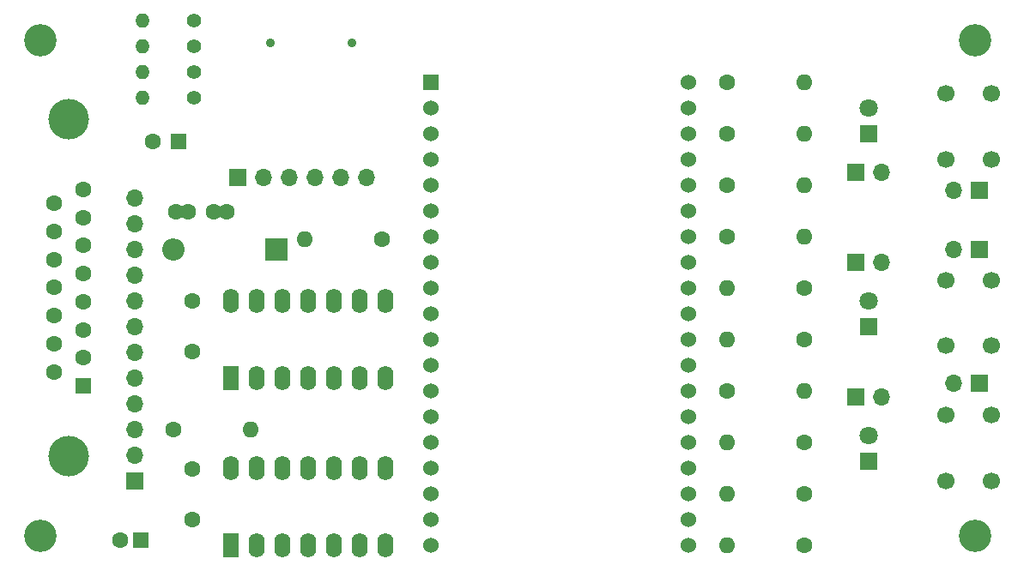
<source format=gbr>
%TF.GenerationSoftware,KiCad,Pcbnew,(5.1.9)-1*%
%TF.CreationDate,2021-02-16T00:19:24-06:00*%
%TF.ProjectId,fujinet-devkit-shield,66756a69-6e65-4742-9d64-65766b69742d,1.0*%
%TF.SameCoordinates,Original*%
%TF.FileFunction,Soldermask,Bot*%
%TF.FilePolarity,Negative*%
%FSLAX46Y46*%
G04 Gerber Fmt 4.6, Leading zero omitted, Abs format (unit mm)*
G04 Created by KiCad (PCBNEW (5.1.9)-1) date 2021-02-16 00:19:24*
%MOMM*%
%LPD*%
G01*
G04 APERTURE LIST*
%ADD10C,4.000000*%
%ADD11C,1.600000*%
%ADD12R,1.600000X1.600000*%
%ADD13O,1.600000X1.600000*%
%ADD14O,2.200000X2.200000*%
%ADD15R,2.200000X2.200000*%
%ADD16O,1.700000X1.700000*%
%ADD17R,1.700000X1.700000*%
%ADD18C,1.800000*%
%ADD19R,1.800000X1.800000*%
%ADD20O,1.600000X2.400000*%
%ADD21R,1.600000X2.400000*%
%ADD22C,0.900000*%
%ADD23O,1.400000X1.400000*%
%ADD24C,1.400000*%
%ADD25C,3.200000*%
%ADD26C,1.700000*%
%ADD27C,1.530000*%
%ADD28R,1.530000X1.530000*%
G04 APERTURE END LIST*
D10*
%TO.C,J10*%
X110340000Y-101697000D03*
X110340000Y-68397000D03*
D11*
X108920000Y-76737000D03*
X108920000Y-79507000D03*
X108920000Y-82277000D03*
X108920000Y-85047000D03*
X108920000Y-87817000D03*
X108920000Y-90587000D03*
X108920000Y-93357000D03*
X111760000Y-75352000D03*
X111760000Y-78122000D03*
X111760000Y-80892000D03*
X111760000Y-83662000D03*
X111760000Y-86432000D03*
X111760000Y-89202000D03*
X111760000Y-91972000D03*
D12*
X111760000Y-94742000D03*
%TD*%
D11*
%TO.C,C1*%
X125904000Y-77597000D03*
X120904000Y-77597000D03*
X124654000Y-77597000D03*
X122154000Y-77597000D03*
%TD*%
D13*
%TO.C,R7*%
X133604000Y-80264000D03*
D11*
X141224000Y-80264000D03*
%TD*%
%TO.C,C5*%
X115475000Y-109982000D03*
D12*
X117475000Y-109982000D03*
%TD*%
D14*
%TO.C,D4*%
X120650000Y-81280000D03*
D15*
X130810000Y-81280000D03*
%TD*%
D16*
%TO.C,J1*%
X116840000Y-76200000D03*
X116840000Y-78740000D03*
X116840000Y-81280000D03*
X116840000Y-83820000D03*
X116840000Y-86360000D03*
X116840000Y-88900000D03*
X116840000Y-91440000D03*
X116840000Y-93980000D03*
X116840000Y-96520000D03*
X116840000Y-99060000D03*
X116840000Y-101600000D03*
D17*
X116840000Y-104140000D03*
%TD*%
D13*
%TO.C,R16*%
X128270000Y-99060000D03*
D11*
X120650000Y-99060000D03*
%TD*%
D18*
%TO.C,D1*%
X189230000Y-99695000D03*
D19*
X189230000Y-102235000D03*
%TD*%
D18*
%TO.C,D3*%
X189230000Y-86360000D03*
D19*
X189230000Y-88900000D03*
%TD*%
D11*
%TO.C,C4*%
X118658000Y-70612000D03*
D12*
X121158000Y-70612000D03*
%TD*%
D20*
%TO.C,U4*%
X126365000Y-86360000D03*
X141605000Y-93980000D03*
X128905000Y-86360000D03*
X139065000Y-93980000D03*
X131445000Y-86360000D03*
X136525000Y-93980000D03*
X133985000Y-86360000D03*
X133985000Y-93980000D03*
X136525000Y-86360000D03*
X131445000Y-93980000D03*
X139065000Y-86360000D03*
X128905000Y-93980000D03*
X141605000Y-86360000D03*
D21*
X126365000Y-93980000D03*
%TD*%
D16*
%TO.C,J8*%
X190500000Y-82550000D03*
D17*
X187960000Y-82550000D03*
%TD*%
D16*
%TO.C,J7*%
X190500000Y-73660000D03*
D17*
X187960000Y-73660000D03*
%TD*%
D16*
%TO.C,J6*%
X190500000Y-95885000D03*
D17*
X187960000Y-95885000D03*
%TD*%
D16*
%TO.C,J5*%
X197612000Y-75438000D03*
D17*
X200152000Y-75438000D03*
%TD*%
D16*
%TO.C,J4*%
X197612000Y-81280000D03*
D17*
X200152000Y-81280000D03*
%TD*%
D16*
%TO.C,J2*%
X197612000Y-94488000D03*
D17*
X200152000Y-94488000D03*
%TD*%
D22*
%TO.C,P1*%
X130300000Y-60870000D03*
X138300000Y-60870000D03*
%TD*%
D23*
%TO.C,R13*%
X117602000Y-66294000D03*
D24*
X122682000Y-66294000D03*
%TD*%
D23*
%TO.C,R12*%
X117602000Y-63754000D03*
D24*
X122682000Y-63754000D03*
%TD*%
D23*
%TO.C,R11*%
X117602000Y-61214000D03*
D24*
X122682000Y-61214000D03*
%TD*%
D23*
%TO.C,R10*%
X117602000Y-58674000D03*
D24*
X122682000Y-58674000D03*
%TD*%
D25*
%TO.C,H4*%
X199745600Y-60604400D03*
%TD*%
%TO.C,H3*%
X199745600Y-109575600D03*
%TD*%
%TO.C,H2*%
X107594400Y-60604400D03*
%TD*%
%TO.C,H1*%
X107594400Y-109575600D03*
%TD*%
D13*
%TO.C,R15*%
X175260000Y-85090000D03*
D11*
X182880000Y-85090000D03*
%TD*%
D13*
%TO.C,R14*%
X182880000Y-80010000D03*
D11*
X175260000Y-80010000D03*
%TD*%
D16*
%TO.C,J3*%
X139700000Y-74168000D03*
X137160000Y-74168000D03*
X134620000Y-74168000D03*
X132080000Y-74168000D03*
X129540000Y-74168000D03*
D17*
X127000000Y-74168000D03*
%TD*%
D11*
%TO.C,C3*%
X122555000Y-91360000D03*
X122555000Y-86360000D03*
%TD*%
%TO.C,C2*%
X122555000Y-107950000D03*
X122555000Y-102950000D03*
%TD*%
D26*
%TO.C,SW3*%
X196850000Y-72390000D03*
X196850000Y-65890000D03*
X201350000Y-72390000D03*
X201350000Y-65890000D03*
%TD*%
%TO.C,SW2*%
X196850000Y-90805000D03*
X196850000Y-84305000D03*
X201350000Y-90805000D03*
X201350000Y-84305000D03*
%TD*%
%TO.C,SW1*%
X196850000Y-104140000D03*
X196850000Y-97640000D03*
X201350000Y-104140000D03*
X201350000Y-97640000D03*
%TD*%
D13*
%TO.C,R9*%
X175260000Y-105410000D03*
D11*
X182880000Y-105410000D03*
%TD*%
D13*
%TO.C,R8*%
X182880000Y-95250000D03*
D11*
X175260000Y-95250000D03*
%TD*%
D13*
%TO.C,R6*%
X182880000Y-69850000D03*
D11*
X175260000Y-69850000D03*
%TD*%
D13*
%TO.C,R5*%
X182880000Y-74930000D03*
D11*
X175260000Y-74930000D03*
%TD*%
D13*
%TO.C,R4*%
X182880000Y-64770000D03*
D11*
X175260000Y-64770000D03*
%TD*%
D13*
%TO.C,R3*%
X175260000Y-90170000D03*
D11*
X182880000Y-90170000D03*
%TD*%
D13*
%TO.C,R2*%
X175260000Y-100330000D03*
D11*
X182880000Y-100330000D03*
%TD*%
D13*
%TO.C,R1*%
X175260000Y-110490000D03*
D11*
X182880000Y-110490000D03*
%TD*%
D18*
%TO.C,D2*%
X189230000Y-67310000D03*
D19*
X189230000Y-69850000D03*
%TD*%
D20*
%TO.C,U3*%
X126365000Y-102870000D03*
X141605000Y-110490000D03*
X128905000Y-102870000D03*
X139065000Y-110490000D03*
X131445000Y-102870000D03*
X136525000Y-110490000D03*
X133985000Y-102870000D03*
X133985000Y-110490000D03*
X136525000Y-102870000D03*
X131445000Y-110490000D03*
X139065000Y-102870000D03*
X128905000Y-110490000D03*
X141605000Y-102870000D03*
D21*
X126365000Y-110490000D03*
%TD*%
D27*
%TO.C,U1*%
X171450000Y-64780000D03*
X171450000Y-67320000D03*
X171450000Y-69860000D03*
X171450000Y-72400000D03*
X171450000Y-74940000D03*
X171450000Y-77480000D03*
X171450000Y-80020000D03*
X171450000Y-82560000D03*
X171450000Y-85100000D03*
X171450000Y-87640000D03*
X171450000Y-90180000D03*
X171450000Y-92720000D03*
X171450000Y-95260000D03*
X171450000Y-97800000D03*
X171450000Y-100340000D03*
X171450000Y-102880000D03*
X171450000Y-105420000D03*
X171450000Y-107960000D03*
X171450000Y-110500000D03*
X146050000Y-110500000D03*
X146050000Y-107960000D03*
X146050000Y-105420000D03*
X146050000Y-102880000D03*
X146050000Y-100340000D03*
X146050000Y-97800000D03*
X146050000Y-95260000D03*
X146050000Y-92720000D03*
X146050000Y-90180000D03*
X146050000Y-87640000D03*
X146050000Y-85100000D03*
X146050000Y-82560000D03*
X146050000Y-80020000D03*
X146050000Y-77480000D03*
X146050000Y-74940000D03*
X146050000Y-72400000D03*
X146050000Y-69860000D03*
X146050000Y-67320000D03*
D28*
X146050000Y-64780000D03*
%TD*%
M02*

</source>
